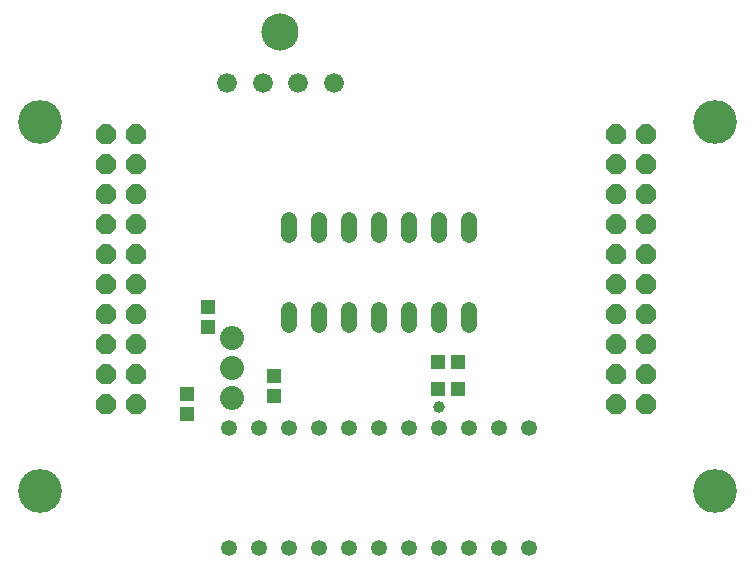
<source format=gts>
G75*
%MOIN*%
%OFA0B0*%
%FSLAX24Y24*%
%IPPOS*%
%LPD*%
%AMOC8*
5,1,8,0,0,1.08239X$1,22.5*
%
%ADD10OC8,0.0660*%
%ADD11C,0.0800*%
%ADD12R,0.0454X0.0493*%
%ADD13C,0.0540*%
%ADD14C,0.0532*%
%ADD15R,0.0493X0.0454*%
%ADD16C,0.1460*%
%ADD17C,0.1240*%
%ADD18C,0.0660*%
%ADD19C,0.0397*%
D10*
X062560Y023393D03*
X063560Y023393D03*
X063560Y024393D03*
X062560Y024393D03*
X062560Y025393D03*
X063560Y025393D03*
X063560Y026393D03*
X062560Y026393D03*
X062560Y027393D03*
X063560Y027393D03*
X063560Y028393D03*
X062560Y028393D03*
X062560Y029393D03*
X063560Y029393D03*
X063560Y030393D03*
X062560Y030393D03*
X062560Y031393D03*
X063560Y031393D03*
X063560Y032393D03*
X062560Y032393D03*
X079560Y032393D03*
X080560Y032393D03*
X080560Y031393D03*
X079560Y031393D03*
X079560Y030393D03*
X080560Y030393D03*
X080560Y029393D03*
X079560Y029393D03*
X079560Y028393D03*
X080560Y028393D03*
X080560Y027393D03*
X079560Y027393D03*
X079560Y026393D03*
X080560Y026393D03*
X080560Y025393D03*
X079560Y025393D03*
X079560Y024393D03*
X080560Y024393D03*
X080560Y023393D03*
X079560Y023393D03*
D11*
X066760Y023593D03*
X066760Y024593D03*
X066760Y025593D03*
D12*
X065960Y025959D03*
X065960Y026628D03*
X068160Y024328D03*
X068160Y023659D03*
X065260Y023728D03*
X065260Y023059D03*
D13*
X068660Y026053D02*
X068660Y026533D01*
X069660Y026533D02*
X069660Y026053D01*
X070660Y026053D02*
X070660Y026533D01*
X071660Y026533D02*
X071660Y026053D01*
X072660Y026053D02*
X072660Y026533D01*
X073660Y026533D02*
X073660Y026053D01*
X074660Y026053D02*
X074660Y026533D01*
X074660Y029053D02*
X074660Y029533D01*
X073660Y029533D02*
X073660Y029053D01*
X072660Y029053D02*
X072660Y029533D01*
X071660Y029533D02*
X071660Y029053D01*
X070660Y029053D02*
X070660Y029533D01*
X069660Y029533D02*
X069660Y029053D01*
X068660Y029053D02*
X068660Y029533D01*
D14*
X068660Y022593D03*
X069660Y022593D03*
X070660Y022593D03*
X071660Y022593D03*
X072660Y022593D03*
X073660Y022593D03*
X074660Y022593D03*
X075660Y022593D03*
X076660Y022593D03*
X076660Y018593D03*
X075660Y018593D03*
X074660Y018593D03*
X073660Y018593D03*
X072660Y018593D03*
X071660Y018593D03*
X070660Y018593D03*
X069660Y018593D03*
X068660Y018593D03*
X067660Y018593D03*
X066660Y018593D03*
X066660Y022593D03*
X067660Y022593D03*
D15*
X073625Y023893D03*
X074294Y023893D03*
X074294Y024793D03*
X073625Y024793D03*
D16*
X060360Y020493D03*
X082860Y020493D03*
X082860Y032793D03*
X060360Y032793D03*
D17*
X068380Y035793D03*
D18*
X068970Y034093D03*
X067790Y034093D03*
X066610Y034093D03*
X070150Y034093D03*
D19*
X073660Y023293D03*
M02*

</source>
